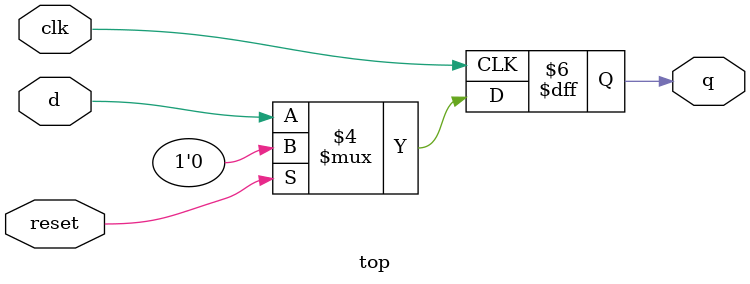
<source format=v>
module top(input clk, d, reset, output reg q);
    initial q = 1'b1;
    always @(posedge clk)
           if (reset)
                q <= 1'b0;
           else
                q <= d;
endmodule

</source>
